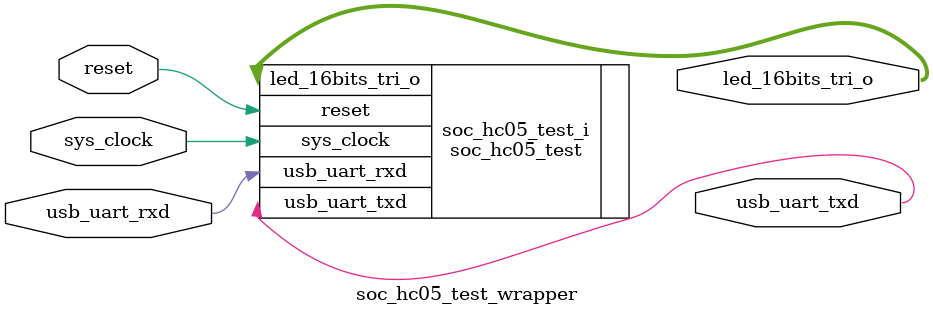
<source format=v>
`timescale 1 ps / 1 ps

module soc_hc05_test_wrapper
   (led_16bits_tri_o,
    reset,
    sys_clock,
    usb_uart_rxd,
    usb_uart_txd);
  output [15:0]led_16bits_tri_o;
  input reset;
  input sys_clock;
  input usb_uart_rxd;
  output usb_uart_txd;

  wire [15:0]led_16bits_tri_o;
  wire reset;
  wire sys_clock;
  wire usb_uart_rxd;
  wire usb_uart_txd;

  soc_hc05_test soc_hc05_test_i
       (.led_16bits_tri_o(led_16bits_tri_o),
        .reset(reset),
        .sys_clock(sys_clock),
        .usb_uart_rxd(usb_uart_rxd),
        .usb_uart_txd(usb_uart_txd));
endmodule

</source>
